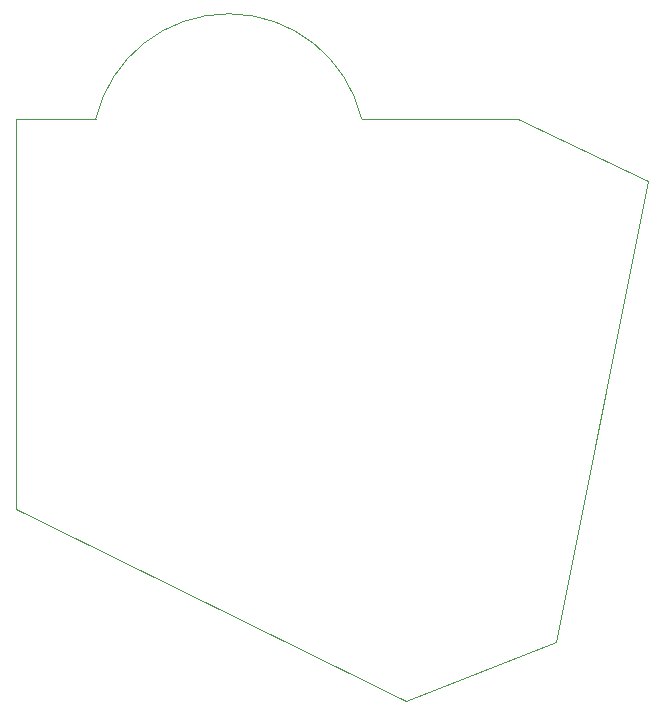
<source format=gm1>
%TF.GenerationSoftware,KiCad,Pcbnew,(6.0.0)*%
%TF.CreationDate,2022-01-13T20:13:23-06:00*%
%TF.ProjectId,DieHardSAO,44696548-6172-4645-9341-4f2e6b696361,rev?*%
%TF.SameCoordinates,Original*%
%TF.FileFunction,Profile,NP*%
%FSLAX46Y46*%
G04 Gerber Fmt 4.6, Leading zero omitted, Abs format (unit mm)*
G04 Created by KiCad (PCBNEW (6.0.0)) date 2022-01-13 20:13:23*
%MOMM*%
%LPD*%
G01*
G04 APERTURE LIST*
%TA.AperFunction,Profile*%
%ADD10C,0.050000*%
%TD*%
G04 APERTURE END LIST*
D10*
X132000000Y-70750000D02*
X118750000Y-70750000D01*
X118750000Y-70750000D02*
G75*
G03*
X96250000Y-70750000I-11250000J-2654951D01*
G01*
X96250000Y-70750000D02*
X89500000Y-70750000D01*
X89500000Y-70750000D02*
X89500000Y-103750000D01*
X89500000Y-103750000D02*
X122500000Y-120000000D01*
X122500000Y-120000000D02*
X135250000Y-115000000D01*
X135250000Y-115000000D02*
X143000000Y-76000000D01*
X143000000Y-76000000D02*
X132000000Y-70750000D01*
M02*

</source>
